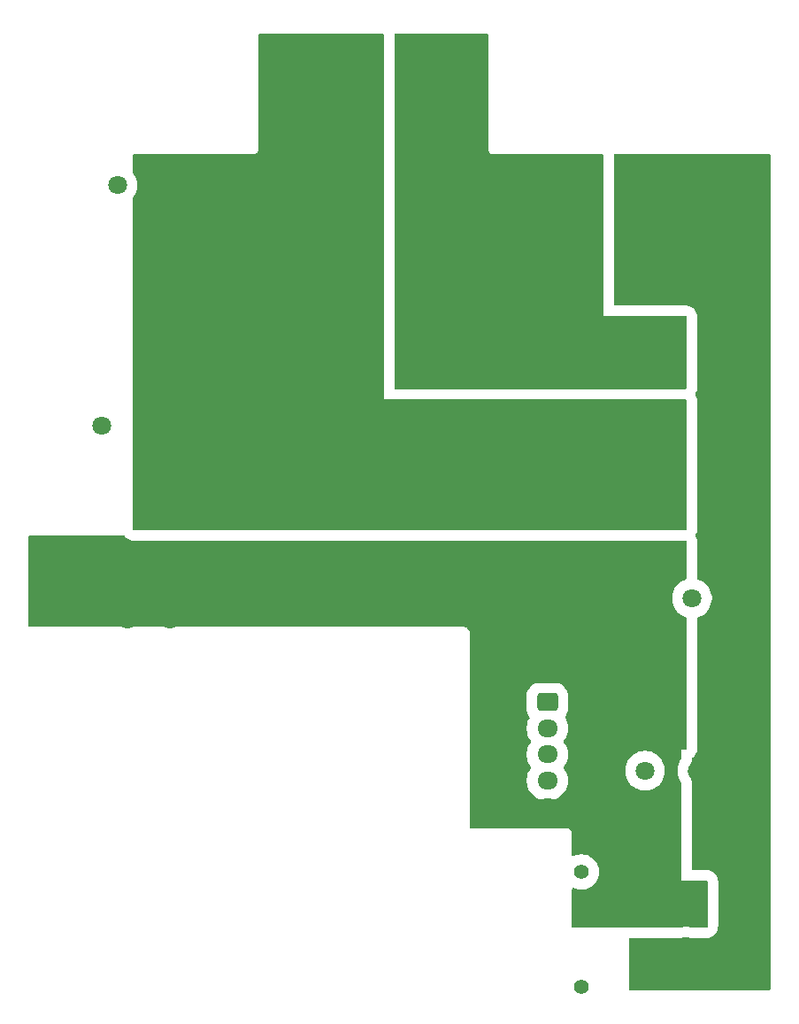
<source format=gbl>
G04 #@! TF.GenerationSoftware,KiCad,Pcbnew,9.0.5*
G04 #@! TF.CreationDate,2026-01-05T14:43:58+01:00*
G04 #@! TF.ProjectId,peak-ignitor-box-bms,7065616b-2d69-4676-9e69-746f722d626f,rev?*
G04 #@! TF.SameCoordinates,Original*
G04 #@! TF.FileFunction,Copper,L4,Bot*
G04 #@! TF.FilePolarity,Positive*
%FSLAX46Y46*%
G04 Gerber Fmt 4.6, Leading zero omitted, Abs format (unit mm)*
G04 Created by KiCad (PCBNEW 9.0.5) date 2026-01-05 14:43:58*
%MOMM*%
%LPD*%
G01*
G04 APERTURE LIST*
G04 Aperture macros list*
%AMRoundRect*
0 Rectangle with rounded corners*
0 $1 Rounding radius*
0 $2 $3 $4 $5 $6 $7 $8 $9 X,Y pos of 4 corners*
0 Add a 4 corners polygon primitive as box body*
4,1,4,$2,$3,$4,$5,$6,$7,$8,$9,$2,$3,0*
0 Add four circle primitives for the rounded corners*
1,1,$1+$1,$2,$3*
1,1,$1+$1,$4,$5*
1,1,$1+$1,$6,$7*
1,1,$1+$1,$8,$9*
0 Add four rect primitives between the rounded corners*
20,1,$1+$1,$2,$3,$4,$5,0*
20,1,$1+$1,$4,$5,$6,$7,0*
20,1,$1+$1,$6,$7,$8,$9,0*
20,1,$1+$1,$8,$9,$2,$3,0*%
G04 Aperture macros list end*
G04 #@! TA.AperFunction,ComponentPad*
%ADD10RoundRect,0.250000X-0.725000X0.600000X-0.725000X-0.600000X0.725000X-0.600000X0.725000X0.600000X0*%
G04 #@! TD*
G04 #@! TA.AperFunction,ComponentPad*
%ADD11O,1.950000X1.700000*%
G04 #@! TD*
G04 #@! TA.AperFunction,ComponentPad*
%ADD12C,7.500000*%
G04 #@! TD*
G04 #@! TA.AperFunction,ComponentPad*
%ADD13C,1.400000*%
G04 #@! TD*
G04 #@! TA.AperFunction,ComponentPad*
%ADD14RoundRect,0.770000X0.980000X-0.980000X0.980000X0.980000X-0.980000X0.980000X-0.980000X-0.980000X0*%
G04 #@! TD*
G04 #@! TA.AperFunction,ComponentPad*
%ADD15C,3.500000*%
G04 #@! TD*
G04 #@! TA.AperFunction,ViaPad*
%ADD16C,1.800000*%
G04 #@! TD*
G04 APERTURE END LIST*
D10*
X138150000Y-85950000D03*
D11*
X138150000Y-88450000D03*
X138150000Y-90950000D03*
X138150000Y-93450000D03*
X138150000Y-95950000D03*
D12*
X115996592Y-27990385D03*
D13*
X141409018Y-113195107D03*
X141409018Y-102195107D03*
D14*
X151409018Y-105195107D03*
D15*
X151409018Y-110195107D03*
D12*
X127981116Y-27996701D03*
D16*
X148000000Y-47000000D03*
X146000000Y-45000000D03*
X152000000Y-47000000D03*
X150000000Y-45000000D03*
X148000000Y-98000000D03*
X152000000Y-39000000D03*
X150000000Y-41000000D03*
X152000000Y-43000000D03*
X152000000Y-35000000D03*
X146000000Y-41000000D03*
X147500000Y-92500000D03*
X152500000Y-92500000D03*
X148000000Y-109500000D03*
X148000000Y-43000000D03*
X148000000Y-112500000D03*
X104000000Y-76000000D03*
X146000000Y-103500000D03*
X102000000Y-78000000D03*
X146000000Y-100000000D03*
X102000000Y-74000000D03*
X98000000Y-74000000D03*
X148000000Y-102000000D03*
X100000000Y-76000000D03*
X148000000Y-105000000D03*
X98000000Y-78000000D03*
X150000000Y-100000000D03*
X97000000Y-36500000D03*
X152000000Y-76000000D03*
X95500000Y-59500000D03*
X140000000Y-54000000D03*
X144000000Y-50000000D03*
X140000000Y-50000000D03*
X138000000Y-52000000D03*
X136000000Y-50000000D03*
X144000000Y-54000000D03*
X142000000Y-52000000D03*
X138000000Y-48000000D03*
X142000000Y-48000000D03*
X136000000Y-54000000D03*
X138000000Y-59000000D03*
X142000000Y-67000000D03*
X144000000Y-65000000D03*
X138000000Y-63000000D03*
X140000000Y-61000000D03*
X148000000Y-65000000D03*
X140000000Y-65000000D03*
X138000000Y-67000000D03*
X142000000Y-59000000D03*
X142000000Y-63000000D03*
X146000000Y-67000000D03*
G04 #@! TA.AperFunction,Conductor*
G36*
X122443039Y-22019685D02*
G01*
X122488794Y-22072489D01*
X122500000Y-22124000D01*
X122500000Y-57000000D01*
X151376000Y-57000000D01*
X151443039Y-57019685D01*
X151488794Y-57072489D01*
X151500000Y-57124000D01*
X151500000Y-69376000D01*
X151480315Y-69443039D01*
X151427511Y-69488794D01*
X151376000Y-69500000D01*
X98624000Y-69500000D01*
X98556961Y-69480315D01*
X98511206Y-69427511D01*
X98500000Y-69376000D01*
X98500000Y-37709168D01*
X98519685Y-37642129D01*
X98525624Y-37633682D01*
X98539134Y-37616075D01*
X98583599Y-37558127D01*
X98708164Y-37342373D01*
X98803502Y-37112207D01*
X98867982Y-36871565D01*
X98900500Y-36624565D01*
X98900500Y-36375435D01*
X98867982Y-36128435D01*
X98803502Y-35887793D01*
X98708164Y-35657627D01*
X98583599Y-35441873D01*
X98525624Y-35366317D01*
X98500430Y-35301147D01*
X98500000Y-35290831D01*
X98500000Y-33624500D01*
X98519685Y-33557461D01*
X98572489Y-33511706D01*
X98624000Y-33500500D01*
X110065890Y-33500500D01*
X110065892Y-33500500D01*
X110193186Y-33466392D01*
X110307314Y-33400500D01*
X110400500Y-33307314D01*
X110466392Y-33193186D01*
X110500500Y-33065892D01*
X110500500Y-24934108D01*
X110500500Y-22124000D01*
X110520185Y-22056961D01*
X110572989Y-22011206D01*
X110624500Y-22000000D01*
X122376000Y-22000000D01*
X122443039Y-22019685D01*
G37*
G04 #@! TD.AperFunction*
G04 #@! TA.AperFunction,Conductor*
G36*
X132442539Y-22019685D02*
G01*
X132488294Y-22072489D01*
X132499500Y-22124000D01*
X132499500Y-33065891D01*
X132533608Y-33193187D01*
X132566554Y-33250250D01*
X132599500Y-33307314D01*
X132692686Y-33400500D01*
X132806814Y-33466392D01*
X132934108Y-33500500D01*
X143376000Y-33500500D01*
X143443039Y-33520185D01*
X143488794Y-33572989D01*
X143500000Y-33624500D01*
X143500000Y-49000000D01*
X151376000Y-49000000D01*
X151443039Y-49019685D01*
X151488794Y-49072489D01*
X151500000Y-49124000D01*
X151500000Y-55870500D01*
X151480315Y-55937539D01*
X151427511Y-55983294D01*
X151376000Y-55994500D01*
X123629500Y-55994500D01*
X123562461Y-55974815D01*
X123516706Y-55922011D01*
X123505500Y-55870500D01*
X123505500Y-22124000D01*
X123525185Y-22056961D01*
X123577989Y-22011206D01*
X123629500Y-22000000D01*
X132375500Y-22000000D01*
X132442539Y-22019685D01*
G37*
G04 #@! TD.AperFunction*
G04 #@! TA.AperFunction,Conductor*
G36*
X159443039Y-33520185D02*
G01*
X159488794Y-33572989D01*
X159500000Y-33624500D01*
X159500000Y-106922185D01*
X159499500Y-106929815D01*
X159499500Y-113376000D01*
X159479815Y-113443039D01*
X159427011Y-113488794D01*
X159375500Y-113500000D01*
X146124000Y-113500000D01*
X146056961Y-113480315D01*
X146011206Y-113427511D01*
X146000000Y-113376000D01*
X146000000Y-108629500D01*
X146019685Y-108562461D01*
X146072489Y-108516706D01*
X146124000Y-108505500D01*
X150842432Y-108505500D01*
X150842447Y-108505500D01*
X150955040Y-108499176D01*
X150982630Y-108496067D01*
X151071732Y-108480928D01*
X151093757Y-108477186D01*
X151093758Y-108477185D01*
X151093774Y-108477183D01*
X151109493Y-108473595D01*
X151123185Y-108471269D01*
X151304090Y-108450886D01*
X151317973Y-108450107D01*
X151500056Y-108450107D01*
X151513939Y-108450887D01*
X151694852Y-108471270D01*
X151708557Y-108473598D01*
X151724253Y-108477181D01*
X151835409Y-108496068D01*
X151862571Y-108499128D01*
X151862964Y-108499173D01*
X151863000Y-108499177D01*
X151975589Y-108505500D01*
X151975606Y-108505500D01*
X153375990Y-108505500D01*
X153376000Y-108505500D01*
X153387588Y-108505433D01*
X153589743Y-108482519D01*
X153641254Y-108471313D01*
X153732938Y-108446784D01*
X153919527Y-108365692D01*
X154085974Y-108248700D01*
X154138778Y-108202945D01*
X154255179Y-108083832D01*
X154368308Y-107914736D01*
X154445083Y-107726329D01*
X154464768Y-107659290D01*
X154484917Y-107578406D01*
X154505500Y-107376000D01*
X154505500Y-103124000D01*
X154505433Y-103112412D01*
X154482519Y-102910257D01*
X154471313Y-102858746D01*
X154446784Y-102767062D01*
X154365692Y-102580473D01*
X154365691Y-102580471D01*
X154365689Y-102580468D01*
X154248705Y-102414033D01*
X154248704Y-102414032D01*
X154248700Y-102414026D01*
X154202945Y-102361222D01*
X154083832Y-102244821D01*
X154083830Y-102244819D01*
X153914738Y-102131693D01*
X153914731Y-102131690D01*
X153726328Y-102054916D01*
X153726322Y-102054914D01*
X153659293Y-102035233D01*
X153659295Y-102035233D01*
X153659290Y-102035232D01*
X153578406Y-102015083D01*
X153578402Y-102015082D01*
X153578403Y-102015082D01*
X153376001Y-101994500D01*
X153376000Y-101994500D01*
X152129500Y-101994500D01*
X152062461Y-101974815D01*
X152016706Y-101922011D01*
X152005500Y-101870500D01*
X152005500Y-93709162D01*
X152005346Y-93701778D01*
X152004628Y-93667296D01*
X152004198Y-93656979D01*
X151991212Y-93532492D01*
X151937426Y-93336281D01*
X151912232Y-93271112D01*
X151901203Y-93245761D01*
X151878987Y-93194695D01*
X151878983Y-93194688D01*
X151878981Y-93194683D01*
X151815200Y-93091386D01*
X151772097Y-93021577D01*
X151772092Y-93021571D01*
X151759180Y-93004743D01*
X151750170Y-92991258D01*
X151699638Y-92903734D01*
X151692464Y-92889187D01*
X151686719Y-92875317D01*
X151653783Y-92795802D01*
X151648579Y-92780469D01*
X151622414Y-92682820D01*
X151619252Y-92666923D01*
X151606061Y-92566721D01*
X151605000Y-92550537D01*
X151605000Y-92449460D01*
X151606061Y-92433276D01*
X151615658Y-92360378D01*
X151619252Y-92333071D01*
X151622413Y-92317180D01*
X151648580Y-92219523D01*
X151653782Y-92204200D01*
X151692468Y-92110800D01*
X151699638Y-92096263D01*
X151750168Y-92008743D01*
X151759181Y-91995254D01*
X151761580Y-91992128D01*
X151772094Y-91978426D01*
X151796918Y-91944638D01*
X151802857Y-91936191D01*
X151868308Y-91829567D01*
X151945083Y-91641160D01*
X151964768Y-91574121D01*
X151984917Y-91493237D01*
X151999151Y-91353254D01*
X152025517Y-91288553D01*
X152051212Y-91264352D01*
X152085971Y-91239921D01*
X152085970Y-91239921D01*
X152085974Y-91239919D01*
X152138778Y-91194164D01*
X152255179Y-91075051D01*
X152368308Y-90905955D01*
X152445083Y-90717548D01*
X152464768Y-90650509D01*
X152484917Y-90569625D01*
X152505500Y-90367219D01*
X152505500Y-77928715D01*
X152505500Y-77927242D01*
X152525185Y-77860203D01*
X152577989Y-77814448D01*
X152597404Y-77807468D01*
X152612207Y-77803502D01*
X152842373Y-77708164D01*
X153058127Y-77583599D01*
X153255776Y-77431938D01*
X153431938Y-77255776D01*
X153583599Y-77058127D01*
X153708164Y-76842373D01*
X153803502Y-76612207D01*
X153867982Y-76371565D01*
X153900500Y-76124565D01*
X153900500Y-75875435D01*
X153867982Y-75628435D01*
X153803502Y-75387793D01*
X153708164Y-75157627D01*
X153583599Y-74941873D01*
X153431938Y-74744224D01*
X153431933Y-74744218D01*
X153255781Y-74568066D01*
X153255774Y-74568060D01*
X153058126Y-74416400D01*
X152842376Y-74291837D01*
X152842366Y-74291833D01*
X152612203Y-74196496D01*
X152597404Y-74192531D01*
X152537744Y-74156165D01*
X152507216Y-74093317D01*
X152505500Y-74072757D01*
X152505500Y-70629510D01*
X152505433Y-70617920D01*
X152505433Y-70617912D01*
X152482519Y-70415757D01*
X152471313Y-70364246D01*
X152446784Y-70272562D01*
X152365692Y-70085973D01*
X152357240Y-70073949D01*
X152334794Y-70007785D01*
X152351681Y-69939987D01*
X152355612Y-69933712D01*
X152368308Y-69914736D01*
X152445083Y-69726329D01*
X152464768Y-69659290D01*
X152484917Y-69578406D01*
X152505500Y-69376000D01*
X152505500Y-57124000D01*
X152505433Y-57112412D01*
X152482519Y-56910257D01*
X152471313Y-56858746D01*
X152446784Y-56767062D01*
X152365692Y-56580473D01*
X152357240Y-56568449D01*
X152334794Y-56502285D01*
X152351681Y-56434487D01*
X152355612Y-56428212D01*
X152368308Y-56409236D01*
X152445083Y-56220829D01*
X152464768Y-56153790D01*
X152484917Y-56072906D01*
X152505500Y-55870500D01*
X152505500Y-49124000D01*
X152505433Y-49112412D01*
X152482519Y-48910257D01*
X152471313Y-48858746D01*
X152446784Y-48767062D01*
X152365692Y-48580473D01*
X152365691Y-48580471D01*
X152365689Y-48580468D01*
X152248705Y-48414033D01*
X152248704Y-48414032D01*
X152248700Y-48414026D01*
X152202945Y-48361222D01*
X152083832Y-48244821D01*
X152083830Y-48244819D01*
X151914738Y-48131693D01*
X151914731Y-48131690D01*
X151726328Y-48054916D01*
X151726322Y-48054914D01*
X151659293Y-48035233D01*
X151659295Y-48035233D01*
X151659290Y-48035232D01*
X151578406Y-48015083D01*
X151578402Y-48015082D01*
X151578403Y-48015082D01*
X151376001Y-47994500D01*
X151376000Y-47994500D01*
X144629500Y-47994500D01*
X144562461Y-47974815D01*
X144516706Y-47922011D01*
X144505500Y-47870500D01*
X144505500Y-33624500D01*
X144525185Y-33557461D01*
X144577989Y-33511706D01*
X144629500Y-33500500D01*
X159376000Y-33500500D01*
X159443039Y-33520185D01*
G37*
G04 #@! TD.AperFunction*
G04 #@! TA.AperFunction,Conductor*
G36*
X97693500Y-70019685D02*
G01*
X97727908Y-70052694D01*
X97751300Y-70085974D01*
X97797055Y-70138778D01*
X97916168Y-70255179D01*
X98085264Y-70368308D01*
X98273671Y-70445083D01*
X98273677Y-70445085D01*
X98288687Y-70449492D01*
X98340710Y-70464768D01*
X98421594Y-70484917D01*
X98556531Y-70498639D01*
X98623999Y-70505500D01*
X151376000Y-70505500D01*
X151443039Y-70525185D01*
X151488794Y-70577989D01*
X151500000Y-70629500D01*
X151500000Y-74071283D01*
X151480315Y-74138322D01*
X151427511Y-74184077D01*
X151408097Y-74191057D01*
X151387794Y-74196497D01*
X151157638Y-74291830D01*
X151157623Y-74291837D01*
X150941873Y-74416400D01*
X150744225Y-74568060D01*
X150744218Y-74568066D01*
X150568066Y-74744218D01*
X150568060Y-74744225D01*
X150416400Y-74941873D01*
X150291837Y-75157623D01*
X150291830Y-75157638D01*
X150196498Y-75387792D01*
X150132017Y-75628438D01*
X150099501Y-75875424D01*
X150099500Y-75875441D01*
X150099500Y-76124558D01*
X150099501Y-76124575D01*
X150132017Y-76371561D01*
X150196498Y-76612207D01*
X150291830Y-76842361D01*
X150291837Y-76842376D01*
X150416400Y-77058126D01*
X150568060Y-77255774D01*
X150568066Y-77255781D01*
X150744218Y-77431933D01*
X150744225Y-77431939D01*
X150941873Y-77583599D01*
X151157623Y-77708162D01*
X151157633Y-77708167D01*
X151387783Y-77803498D01*
X151387793Y-77803502D01*
X151408092Y-77808941D01*
X151467751Y-77845302D01*
X151498282Y-77908147D01*
X151500000Y-77928715D01*
X151500000Y-90367219D01*
X151480315Y-90434258D01*
X151427511Y-90480013D01*
X151375225Y-90491216D01*
X151000000Y-90488871D01*
X151000000Y-91290831D01*
X150980315Y-91357870D01*
X150974376Y-91366317D01*
X150916400Y-91441873D01*
X150791837Y-91657623D01*
X150791830Y-91657638D01*
X150696498Y-91887792D01*
X150632017Y-92128438D01*
X150599501Y-92375424D01*
X150599500Y-92375441D01*
X150599500Y-92624558D01*
X150599501Y-92624575D01*
X150632017Y-92871561D01*
X150696498Y-93112207D01*
X150791830Y-93342361D01*
X150791837Y-93342376D01*
X150916400Y-93558126D01*
X150974376Y-93633682D01*
X150999570Y-93698851D01*
X151000000Y-93709168D01*
X151000000Y-94500000D01*
X151000000Y-103000000D01*
X153376000Y-103000000D01*
X153443039Y-103019685D01*
X153488794Y-103072489D01*
X153500000Y-103124000D01*
X153500000Y-107376000D01*
X153480315Y-107443039D01*
X153427511Y-107488794D01*
X153376000Y-107500000D01*
X151975589Y-107500000D01*
X151947998Y-107496891D01*
X151870470Y-107479196D01*
X151870467Y-107479195D01*
X151870455Y-107479193D01*
X151563489Y-107444607D01*
X151563483Y-107444607D01*
X151254553Y-107444607D01*
X151254546Y-107444607D01*
X150947580Y-107479193D01*
X150947566Y-107479196D01*
X150870037Y-107496891D01*
X150842447Y-107500000D01*
X140624500Y-107500000D01*
X140557461Y-107480315D01*
X140511706Y-107427511D01*
X140500500Y-107376000D01*
X140500500Y-103844974D01*
X140520185Y-103777935D01*
X140572989Y-103732180D01*
X140642147Y-103722236D01*
X140671951Y-103730412D01*
X140861237Y-103808817D01*
X141076555Y-103866511D01*
X141297561Y-103895607D01*
X141297568Y-103895607D01*
X141520468Y-103895607D01*
X141520475Y-103895607D01*
X141741481Y-103866511D01*
X141956799Y-103808817D01*
X142162744Y-103723512D01*
X142355792Y-103612055D01*
X142532642Y-103476354D01*
X142690265Y-103318731D01*
X142825966Y-103141881D01*
X142937423Y-102948833D01*
X143022728Y-102742888D01*
X143080422Y-102527570D01*
X143109518Y-102306564D01*
X143109518Y-102083650D01*
X143080422Y-101862644D01*
X143022728Y-101647326D01*
X142937423Y-101441381D01*
X142825966Y-101248333D01*
X142690265Y-101071483D01*
X142690260Y-101071477D01*
X142532647Y-100913864D01*
X142532640Y-100913858D01*
X142355800Y-100778165D01*
X142355798Y-100778164D01*
X142355792Y-100778159D01*
X142162744Y-100666702D01*
X142162740Y-100666700D01*
X141956808Y-100581400D01*
X141956801Y-100581398D01*
X141956799Y-100581397D01*
X141741481Y-100523703D01*
X141741475Y-100523702D01*
X141741470Y-100523701D01*
X141520484Y-100494608D01*
X141520481Y-100494607D01*
X141520475Y-100494607D01*
X141297561Y-100494607D01*
X141297555Y-100494607D01*
X141297551Y-100494608D01*
X141076565Y-100523701D01*
X141076558Y-100523702D01*
X141076555Y-100523703D01*
X140881734Y-100575905D01*
X140861237Y-100581397D01*
X140861221Y-100581402D01*
X140671952Y-100659800D01*
X140602483Y-100667269D01*
X140540004Y-100635994D01*
X140504352Y-100575905D01*
X140500500Y-100545239D01*
X140500500Y-98434110D01*
X140500500Y-98434108D01*
X140466392Y-98306814D01*
X140400500Y-98192686D01*
X140307314Y-98099500D01*
X140250250Y-98066554D01*
X140193187Y-98033608D01*
X140129539Y-98016554D01*
X140065892Y-97999500D01*
X140065891Y-97999500D01*
X130824500Y-97999500D01*
X130757461Y-97979815D01*
X130711706Y-97927011D01*
X130700500Y-97875500D01*
X130700500Y-85285777D01*
X136174500Y-85285777D01*
X136174500Y-86614208D01*
X136174501Y-86614223D01*
X136184904Y-86746413D01*
X136184905Y-86746420D01*
X136239902Y-86964678D01*
X136239903Y-86964681D01*
X136332991Y-87169622D01*
X136332997Y-87169632D01*
X136448863Y-87336876D01*
X136470860Y-87403193D01*
X136454322Y-87469492D01*
X136361777Y-87629784D01*
X136361773Y-87629794D01*
X136268947Y-87853895D01*
X136206161Y-88088214D01*
X136174500Y-88328711D01*
X136174500Y-88571288D01*
X136206161Y-88811785D01*
X136268947Y-89046104D01*
X136361773Y-89270205D01*
X136361776Y-89270212D01*
X136483064Y-89480289D01*
X136483066Y-89480292D01*
X136483067Y-89480293D01*
X136593731Y-89624514D01*
X136618925Y-89689683D01*
X136604887Y-89758128D01*
X136593731Y-89775486D01*
X136483067Y-89919706D01*
X136361777Y-90129785D01*
X136361773Y-90129794D01*
X136268947Y-90353895D01*
X136206161Y-90588214D01*
X136174500Y-90828711D01*
X136174500Y-91071288D01*
X136203402Y-91290831D01*
X136206162Y-91311789D01*
X136220773Y-91366317D01*
X136268947Y-91546104D01*
X136315140Y-91657623D01*
X136361776Y-91770212D01*
X136483064Y-91980289D01*
X136483066Y-91980292D01*
X136483067Y-91980293D01*
X136593731Y-92124514D01*
X136618925Y-92189683D01*
X136604887Y-92258128D01*
X136593731Y-92275486D01*
X136483067Y-92419706D01*
X136361777Y-92629785D01*
X136361773Y-92629794D01*
X136268947Y-92853895D01*
X136206161Y-93088214D01*
X136174500Y-93328711D01*
X136174500Y-93571288D01*
X136206161Y-93811785D01*
X136268947Y-94046104D01*
X136336074Y-94208162D01*
X136361776Y-94270212D01*
X136483064Y-94480289D01*
X136483066Y-94480292D01*
X136483067Y-94480293D01*
X136630733Y-94672736D01*
X136630739Y-94672743D01*
X136802256Y-94844260D01*
X136802262Y-94844265D01*
X136994711Y-94991936D01*
X137204788Y-95113224D01*
X137428900Y-95206054D01*
X137663211Y-95268838D01*
X137843586Y-95292584D01*
X137903711Y-95300500D01*
X137903712Y-95300500D01*
X138396289Y-95300500D01*
X138444388Y-95294167D01*
X138636789Y-95268838D01*
X138871100Y-95206054D01*
X139095212Y-95113224D01*
X139305289Y-94991936D01*
X139497738Y-94844265D01*
X139669265Y-94672738D01*
X139816936Y-94480289D01*
X139938224Y-94270212D01*
X140031054Y-94046100D01*
X140093838Y-93811789D01*
X140125500Y-93571288D01*
X140125500Y-93328712D01*
X140093838Y-93088211D01*
X140031054Y-92853900D01*
X139938224Y-92629788D01*
X139816936Y-92419711D01*
X139782967Y-92375441D01*
X145599500Y-92375441D01*
X145599500Y-92624558D01*
X145599501Y-92624575D01*
X145632017Y-92871561D01*
X145696498Y-93112207D01*
X145791830Y-93342361D01*
X145791837Y-93342376D01*
X145916400Y-93558126D01*
X146068060Y-93755774D01*
X146068066Y-93755781D01*
X146244218Y-93931933D01*
X146244225Y-93931939D01*
X146441873Y-94083599D01*
X146657623Y-94208162D01*
X146657638Y-94208169D01*
X146756825Y-94249253D01*
X146887793Y-94303502D01*
X147128435Y-94367982D01*
X147375435Y-94400500D01*
X147375442Y-94400500D01*
X147624558Y-94400500D01*
X147624565Y-94400500D01*
X147871565Y-94367982D01*
X148112207Y-94303502D01*
X148342373Y-94208164D01*
X148558127Y-94083599D01*
X148755776Y-93931938D01*
X148931938Y-93755776D01*
X149083599Y-93558127D01*
X149208164Y-93342373D01*
X149303502Y-93112207D01*
X149367982Y-92871565D01*
X149400500Y-92624565D01*
X149400500Y-92375435D01*
X149367982Y-92128435D01*
X149303502Y-91887793D01*
X149208164Y-91657627D01*
X149143776Y-91546104D01*
X149083599Y-91441873D01*
X148931939Y-91244225D01*
X148931933Y-91244218D01*
X148755781Y-91068066D01*
X148755774Y-91068060D01*
X148558126Y-90916400D01*
X148342376Y-90791837D01*
X148342361Y-90791830D01*
X148112207Y-90696498D01*
X147871561Y-90632017D01*
X147624575Y-90599501D01*
X147624570Y-90599500D01*
X147624565Y-90599500D01*
X147375435Y-90599500D01*
X147375429Y-90599500D01*
X147375424Y-90599501D01*
X147128438Y-90632017D01*
X146887792Y-90696498D01*
X146657638Y-90791830D01*
X146657623Y-90791837D01*
X146441873Y-90916400D01*
X146244225Y-91068060D01*
X146244218Y-91068066D01*
X146068066Y-91244218D01*
X146068060Y-91244225D01*
X145916400Y-91441873D01*
X145791837Y-91657623D01*
X145791830Y-91657638D01*
X145696498Y-91887792D01*
X145632017Y-92128438D01*
X145599501Y-92375424D01*
X145599500Y-92375441D01*
X139782967Y-92375441D01*
X139705704Y-92274750D01*
X139705176Y-92274041D01*
X139693357Y-92242090D01*
X139681074Y-92210317D01*
X139681263Y-92209395D01*
X139680936Y-92208511D01*
X139688269Y-92175234D01*
X139695112Y-92141873D01*
X139695887Y-92140665D01*
X139695973Y-92140279D01*
X139696425Y-92139828D01*
X139706261Y-92124523D01*
X139816936Y-91980289D01*
X139938224Y-91770212D01*
X140031054Y-91546100D01*
X140093838Y-91311789D01*
X140125500Y-91071288D01*
X140125500Y-90828712D01*
X140120644Y-90791830D01*
X140093838Y-90588214D01*
X140093838Y-90588211D01*
X140031054Y-90353900D01*
X139938224Y-90129788D01*
X139816936Y-89919711D01*
X139706266Y-89775483D01*
X139681074Y-89710317D01*
X139695112Y-89641873D01*
X139706261Y-89624523D01*
X139816936Y-89480289D01*
X139938224Y-89270212D01*
X140031054Y-89046100D01*
X140093838Y-88811789D01*
X140125500Y-88571288D01*
X140125500Y-88328712D01*
X140093838Y-88088211D01*
X140031054Y-87853900D01*
X139938224Y-87629788D01*
X139938222Y-87629784D01*
X139845677Y-87469491D01*
X139829204Y-87401591D01*
X139851136Y-87336875D01*
X139967003Y-87169632D01*
X139967003Y-87169631D01*
X139967007Y-87169626D01*
X140060096Y-86964683D01*
X140115096Y-86746412D01*
X140125500Y-86614217D01*
X140125499Y-85285784D01*
X140115096Y-85153588D01*
X140060096Y-84935317D01*
X139967007Y-84730374D01*
X139838819Y-84545346D01*
X139679654Y-84386181D01*
X139679650Y-84386178D01*
X139679645Y-84386174D01*
X139494632Y-84257997D01*
X139494630Y-84257995D01*
X139494626Y-84257993D01*
X139289683Y-84164904D01*
X139289681Y-84164903D01*
X139289678Y-84164902D01*
X139071420Y-84109905D01*
X139071413Y-84109904D01*
X139027347Y-84106436D01*
X138939217Y-84099500D01*
X138939215Y-84099500D01*
X137360791Y-84099500D01*
X137360776Y-84099501D01*
X137228586Y-84109904D01*
X137228579Y-84109905D01*
X137010321Y-84164902D01*
X137010318Y-84164903D01*
X136805377Y-84257991D01*
X136805367Y-84257997D01*
X136620354Y-84386174D01*
X136620342Y-84386184D01*
X136461184Y-84545342D01*
X136461174Y-84545354D01*
X136332997Y-84730367D01*
X136332991Y-84730377D01*
X136239903Y-84935318D01*
X136239902Y-84935321D01*
X136184905Y-85153579D01*
X136184904Y-85153586D01*
X136174500Y-85285777D01*
X130700500Y-85285777D01*
X130700500Y-79184110D01*
X130700500Y-79184108D01*
X130666392Y-79056814D01*
X130600500Y-78942686D01*
X130507314Y-78849500D01*
X130450250Y-78816554D01*
X130393187Y-78783608D01*
X130329539Y-78766554D01*
X130265892Y-78749500D01*
X88624000Y-78749500D01*
X88556961Y-78729815D01*
X88511206Y-78677011D01*
X88500000Y-78625500D01*
X88500000Y-70124000D01*
X88519685Y-70056961D01*
X88572489Y-70011206D01*
X88624000Y-70000000D01*
X97626461Y-70000000D01*
X97693500Y-70019685D01*
G37*
G04 #@! TD.AperFunction*
M02*

</source>
